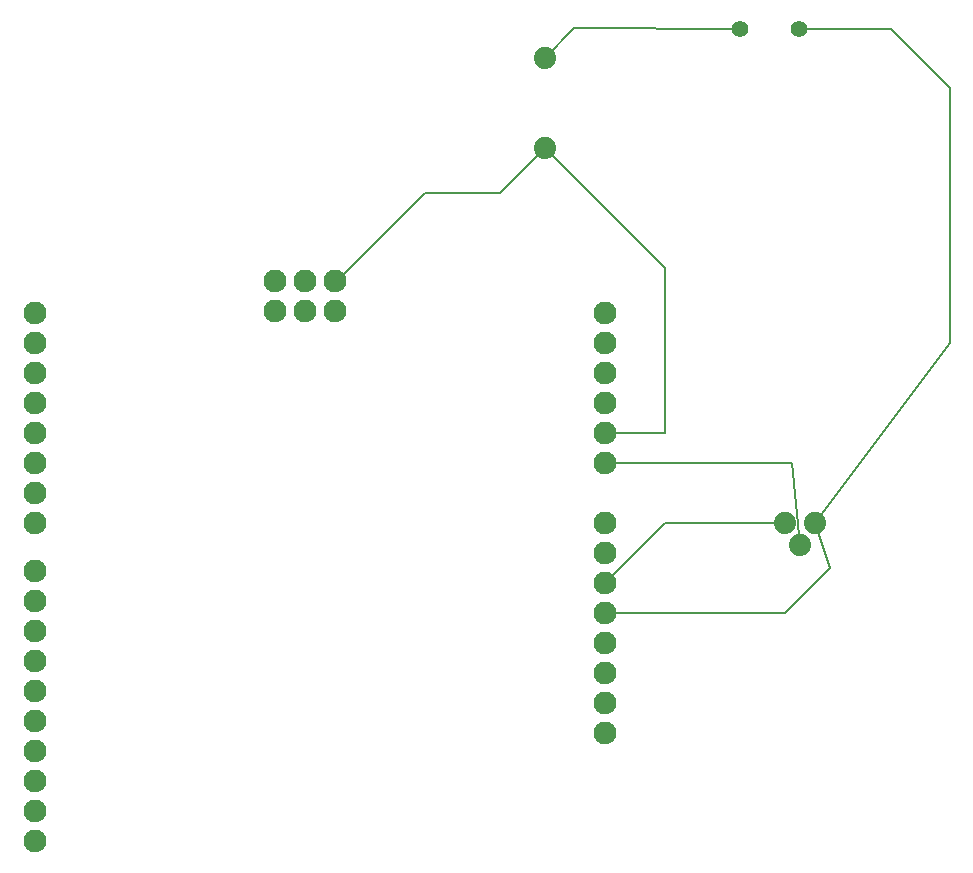
<source format=gbr>
G04 EAGLE Gerber RS-274X export*
G75*
%MOMM*%
%FSLAX34Y34*%
%LPD*%
%INTop Copper*%
%IPPOS*%
%AMOC8*
5,1,8,0,0,1.08239X$1,22.5*%
G01*
%ADD10C,1.930400*%
%ADD11C,1.400000*%
%ADD12C,1.879600*%
%ADD13C,0.152400*%


D10*
X-419100Y571500D03*
X-419100Y596900D03*
X-419100Y622300D03*
X-419100Y647700D03*
X-419100Y673100D03*
X-419100Y698500D03*
X-419100Y723900D03*
X-419100Y749300D03*
X-419100Y800100D03*
X-419100Y825500D03*
X-419100Y850900D03*
X-419100Y876300D03*
X-419100Y901700D03*
X-419100Y927100D03*
X-901700Y927100D03*
X-901700Y901700D03*
X-901700Y876300D03*
X-901700Y850900D03*
X-901700Y825500D03*
X-901700Y800100D03*
X-901700Y774700D03*
X-901700Y749300D03*
X-901700Y708660D03*
X-901700Y683260D03*
X-901700Y657860D03*
X-901700Y632460D03*
X-901700Y607060D03*
X-901700Y581660D03*
X-901700Y556260D03*
X-901700Y530860D03*
X-901700Y505460D03*
X-901700Y480060D03*
X-698000Y928500D03*
X-698000Y953900D03*
X-672600Y928500D03*
X-672600Y953900D03*
X-647200Y928500D03*
X-647200Y953900D03*
D11*
X-254400Y1167600D03*
X-304400Y1167600D03*
D12*
X-469900Y1066800D03*
X-469900Y1143000D03*
X-266700Y749300D03*
X-254000Y730250D03*
X-241300Y749300D03*
D13*
X-304400Y1167600D02*
X-444900Y1168000D01*
X-469900Y1143000D01*
X-419100Y673100D02*
X-266700Y673100D01*
X-228600Y711200D01*
X-241300Y749300D01*
X-127000Y901700D01*
X-127000Y1117600D01*
X-177000Y1167600D02*
X-254400Y1167600D01*
X-177000Y1167600D02*
X-127000Y1117600D01*
X-368300Y965200D02*
X-469900Y1066800D01*
X-368300Y965200D02*
X-368300Y825500D01*
X-419100Y825500D01*
X-508000Y1028700D02*
X-469900Y1066800D01*
X-571500Y1028700D02*
X-647700Y952500D01*
X-571500Y1028700D02*
X-508000Y1028700D01*
X-260350Y800100D02*
X-254000Y730250D01*
X-260350Y800100D02*
X-419100Y800100D01*
X-368300Y749300D02*
X-419100Y698500D01*
X-368300Y749300D02*
X-266700Y749300D01*
M02*

</source>
